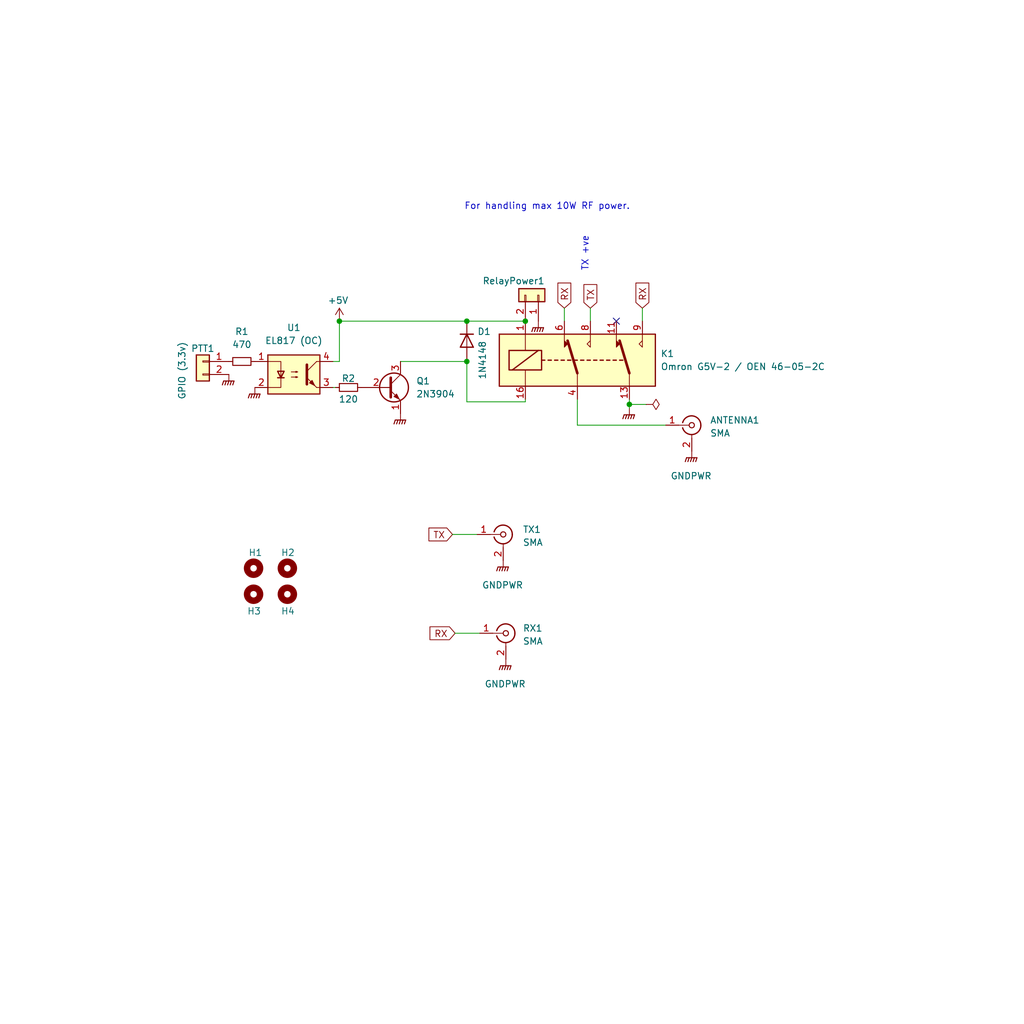
<source format=kicad_sch>
(kicad_sch (version 20211123) (generator eeschema)
  (paper "User" 200.025 200.025)
  (title_block (title "PTT-Controlled T/R Switch") (date "2022-04-23") (rev "v0.01") (company "Author: Dhiru Kholia (VU3CER)"))
  (lib_symbols
    (symbol "Connector:Conn_Coaxial" (pin_names (offset 1.016) hide)
      (property "Reference" "J" (at 0.254 3.048 0))
      (property "Value" "Conn_Coaxial" (at 2.921 0 90))
      (symbol "Conn_Coaxial_0_1"
        (arc (start -1.778 -0.508) (mid 0.2311 -1.8066) (end 1.778 0) (stroke (width 0.254)))
        (polyline (pts (xy -2.54 0) (xy -0.508 0)))
        (polyline (pts (xy 0 -2.54) (xy 0 -1.778)))
        (circle (center 0 0) (radius 0.508) (stroke (width 0.2032)))
        (arc (start 1.778 0) (mid 0.2099 1.8101) (end -1.778 0.508) (stroke (width 0.254)))
      )
      (symbol "Conn_Coaxial_1_1"
        (pin passive line (at -5.08 0 0) (length 2.54) (name "In") (number "1"))
        (pin passive line (at 0 -5.08 90) (length 2.54) (name "Ext") (number "2"))
      )
    )
    (symbol "Connector_Generic:Conn_01x02" (pin_names (offset 1.016) hide)
      (property "Reference" "J" (at 0 2.54 0))
      (property "Value" "Conn_01x02" (at 0 -5.08 0))
      (symbol "Conn_01x02_1_1"
        (rectangle (start -1.27 -2.413) (end 0 -2.667) (stroke (width 0.1524)))
        (rectangle (start -1.27 0.127) (end 0 -0.127) (stroke (width 0.1524)))
        (rectangle (start -1.27 1.27) (end 1.27 -3.81) (stroke (width 0.254)) (fill (type background)))
        (pin passive line (at -5.08 0 0) (length 3.81) (name "Pin_1") (number "1"))
        (pin passive line (at -5.08 -2.54 0) (length 3.81) (name "Pin_2") (number "2"))
      )
    )
    (symbol "Device:R_Small" (pin_numbers hide) (pin_names (offset 0.254) hide)
      (property "Reference" "R" (at 0.762 0.508 0))
      (property "Value" "R_Small" (at 0.762 -1.016 0))
      (symbol "R_Small_0_1"
        (rectangle (start -0.762 1.778) (end 0.762 -1.778) (stroke (width 0.2032)))
      )
      (symbol "R_Small_1_1"
        (pin passive line (at 0 2.54 270) (length 0.762) (name "~") (number "1"))
        (pin passive line (at 0 -2.54 90) (length 0.762) (name "~") (number "2"))
      )
    )
    (symbol "Diode:1N4148" (pin_numbers hide) (pin_names (offset 1.016) hide)
      (property "Reference" "D" (at 0 2.54 0))
      (property "Value" "1N4148" (at 0 -2.54 0))
      (symbol "1N4148_0_1"
        (polyline (pts (xy -1.27 1.27) (xy -1.27 -1.27)) (stroke (width 0.254)))
        (polyline (pts (xy 1.27 0) (xy -1.27 0)))
        (polyline (pts (xy 1.27 1.27) (xy 1.27 -1.27) (xy -1.27 0) (xy 1.27 1.27)) (stroke (width 0.254)))
      )
      (symbol "1N4148_1_1"
        (pin passive line (at -3.81 0 0) (length 2.54) (name "K") (number "1"))
        (pin passive line (at 3.81 0 180) (length 2.54) (name "A") (number "2"))
      )
    )
    (symbol "Isolator:EL817" (pin_names (offset 1.016))
      (property "Reference" "U" (at -5.08 5.08 0))
      (property "Value" "EL817" (at 0 5.08 0))
      (symbol "EL817_0_1"
        (rectangle (start -5.08 3.81) (end 5.08 -3.81) (stroke (width 0.254)) (fill (type background)))
        (polyline (pts (xy -3.175 -0.635) (xy -1.905 -0.635)) (stroke (width 0.254)))
        (polyline (pts (xy 2.54 0.635) (xy 4.445 2.54)))
        (polyline (pts (xy 4.445 -2.54) (xy 2.54 -0.635)) (fill (type outline)))
        (polyline (pts (xy 4.445 -2.54) (xy 5.08 -2.54)))
        (polyline (pts (xy 4.445 2.54) (xy 5.08 2.54)))
        (polyline (pts (xy -5.08 2.54) (xy -2.54 2.54) (xy -2.54 -0.635)))
        (polyline (pts (xy -2.54 -0.635) (xy -2.54 -2.54) (xy -5.08 -2.54)))
        (polyline (pts (xy 2.54 1.905) (xy 2.54 -1.905) (xy 2.54 -1.905)) (stroke (width 0.508)))
        (polyline (pts (xy -2.54 -0.635) (xy -3.175 0.635) (xy -1.905 0.635) (xy -2.54 -0.635)) (stroke (width 0.254)))
        (polyline (pts (xy -0.508 -0.508) (xy 0.762 -0.508) (xy 0.381 -0.635) (xy 0.381 -0.381) (xy 0.762 -0.508)))
        (polyline (pts (xy -0.508 0.508) (xy 0.762 0.508) (xy 0.381 0.381) (xy 0.381 0.635) (xy 0.762 0.508)))
        (polyline (pts (xy 3.048 -1.651) (xy 3.556 -1.143) (xy 4.064 -2.159) (xy 3.048 -1.651) (xy 3.048 -1.651)) (fill (type outline)))
      )
      (symbol "EL817_1_1"
        (pin passive line (at -7.62 2.54 0) (length 2.54) (name "~") (number "1"))
        (pin passive line (at -7.62 -2.54 0) (length 2.54) (name "~") (number "2"))
        (pin passive line (at 7.62 -2.54 180) (length 2.54) (name "~") (number "3"))
        (pin passive line (at 7.62 2.54 180) (length 2.54) (name "~") (number "4"))
      )
    )
    (symbol "Mechanical:MountingHole" (pin_names (offset 1.016))
      (property "Reference" "H" (at 0 5.08 0))
      (property "Value" "MountingHole" (at 0 3.175 0))
      (symbol "MountingHole_0_1"
        (circle (center 0 0) (radius 1.27) (stroke (width 1.27)))
      )
    )
    (symbol "Relay:G5V-2"
      (property "Reference" "K" (at 16.51 3.81 0))
      (property "Value" "G5V-2" (at 16.51 1.27 0))
      (symbol "G5V-2_0_1"
        (rectangle (start -15.24 5.08) (end 15.24 -5.08) (stroke (width 0.254)) (fill (type background)))
        (rectangle (start -13.335 1.905) (end -6.985 -1.905) (stroke (width 0.254)))
        (polyline (pts (xy -12.7 -1.905) (xy -7.62 1.905)) (stroke (width 0.254)))
        (polyline (pts (xy -10.16 -5.08) (xy -10.16 -1.905)))
        (polyline (pts (xy -10.16 5.08) (xy -10.16 1.905)))
        (polyline (pts (xy -6.985 0) (xy -6.35 0)) (stroke (width 0.254)))
        (polyline (pts (xy -5.715 0) (xy -5.08 0)) (stroke (width 0.254)))
        (polyline (pts (xy -4.445 0) (xy -3.81 0)) (stroke (width 0.254)))
        (polyline (pts (xy -3.175 0) (xy -2.54 0)) (stroke (width 0.254)))
        (polyline (pts (xy -1.905 0) (xy -1.27 0)) (stroke (width 0.254)))
        (polyline (pts (xy -0.635 0) (xy 0 0)) (stroke (width 0.254)))
        (polyline (pts (xy 0 -2.54) (xy -1.905 3.81)) (stroke (width 0.508)))
        (polyline (pts (xy 0 -2.54) (xy 0 -5.08)))
        (polyline (pts (xy 0.635 0) (xy 1.27 0)) (stroke (width 0.254)))
        (polyline (pts (xy 1.905 0) (xy 2.54 0)) (stroke (width 0.254)))
        (polyline (pts (xy 3.175 0) (xy 3.81 0)) (stroke (width 0.254)))
        (polyline (pts (xy 4.445 0) (xy 5.08 0)) (stroke (width 0.254)))
        (polyline (pts (xy 5.715 0) (xy 6.35 0)) (stroke (width 0.254)))
        (polyline (pts (xy 6.985 0) (xy 7.62 0)) (stroke (width 0.254)))
        (polyline (pts (xy 8.255 0) (xy 8.89 0)) (stroke (width 0.254)))
        (polyline (pts (xy 10.16 -2.54) (xy 8.255 3.81)) (stroke (width 0.508)))
        (polyline (pts (xy 10.16 -2.54) (xy 10.16 -5.08)))
        (polyline (pts (xy -2.54 5.08) (xy -2.54 2.54) (xy -1.905 3.175) (xy -2.54 3.81)) (fill (type outline)))
        (polyline (pts (xy 2.54 5.08) (xy 2.54 2.54) (xy 1.905 3.175) (xy 2.54 3.81)))
        (polyline (pts (xy 7.62 5.08) (xy 7.62 2.54) (xy 8.255 3.175) (xy 7.62 3.81)) (fill (type outline)))
        (polyline (pts (xy 12.7 5.08) (xy 12.7 2.54) (xy 12.065 3.175) (xy 12.7 3.81)))
      )
      (symbol "G5V-2_1_1"
        (pin passive line (at -10.16 7.62 270) (length 2.54) (name "~") (number "1"))
        (pin passive line (at 7.62 7.62 270) (length 2.54) (name "~") (number "11"))
        (pin passive line (at 10.16 -7.62 90) (length 2.54) (name "~") (number "13"))
        (pin passive line (at -10.16 -7.62 90) (length 2.54) (name "~") (number "16"))
        (pin passive line (at 0 -7.62 90) (length 2.54) (name "~") (number "4"))
        (pin passive line (at -2.54 7.62 270) (length 2.54) (name "~") (number "6"))
        (pin passive line (at 2.54 7.62 270) (length 2.54) (name "~") (number "8"))
        (pin passive line (at 12.7 7.62 270) (length 2.54) (name "~") (number "9"))
      )
    )
    (symbol "Transistor_BJT:2N3904" (pin_names (offset 0) hide)
      (property "Reference" "Q" (at 5.08 1.905 0))
      (property "Value" "2N3904" (at 5.08 0 0))
      (symbol "2N3904_0_1"
        (polyline (pts (xy 0.635 0.635) (xy 2.54 2.54)))
        (polyline (pts (xy 0.635 -0.635) (xy 2.54 -2.54) (xy 2.54 -2.54)))
        (polyline (pts (xy 0.635 1.905) (xy 0.635 -1.905) (xy 0.635 -1.905)) (stroke (width 0.508)))
        (polyline (pts (xy 1.27 -1.778) (xy 1.778 -1.27) (xy 2.286 -2.286) (xy 1.27 -1.778) (xy 1.27 -1.778)) (fill (type outline)))
        (circle (center 1.27 0) (radius 2.8194) (stroke (width 0.254)))
      )
      (symbol "2N3904_1_1"
        (pin passive line (at 2.54 -5.08 90) (length 2.54) (name "E") (number "1"))
        (pin passive line (at -5.08 0 0) (length 5.715) (name "B") (number "2"))
        (pin passive line (at 2.54 5.08 270) (length 2.54) (name "C") (number "3"))
      )
    )
    (symbol "power:+5V" (power) (pin_names (offset 0))
      (property "Value" "+5V" (at 0 3.556 0))
      (symbol "+5V_0_1"
        (polyline (pts (xy -0.762 1.27) (xy 0 2.54)))
        (polyline (pts (xy 0 0) (xy 0 2.54)))
        (polyline (pts (xy 0 2.54) (xy 0.762 1.27)))
      )
      (symbol "+5V_1_1"
        (pin power_in line (at 0 0 90) (length 0) hide (name "+5V") (number "1"))
      )
    )
    (symbol "power:GNDPWR" (power) (pin_names (offset 0))
      (property "Value" "GNDPWR" (at 0 -3.302 0))
      (symbol "GNDPWR_0_1"
        (polyline (pts (xy 0 -1.27) (xy 0 0)))
        (polyline (pts (xy -1.016 -1.27) (xy -1.27 -2.032) (xy -1.27 -2.032)) (stroke (width 0.2032)))
        (polyline (pts (xy -0.508 -1.27) (xy -0.762 -2.032) (xy -0.762 -2.032)) (stroke (width 0.2032)))
        (polyline (pts (xy 0 -1.27) (xy -0.254 -2.032) (xy -0.254 -2.032)) (stroke (width 0.2032)))
        (polyline (pts (xy 0.508 -1.27) (xy 0.254 -2.032) (xy 0.254 -2.032)) (stroke (width 0.2032)))
        (polyline (pts (xy 1.016 -1.27) (xy -1.016 -1.27) (xy -1.016 -1.27)) (stroke (width 0.2032)))
        (polyline (pts (xy 1.016 -1.27) (xy 0.762 -2.032) (xy 0.762 -2.032) (xy 0.762 -2.032)) (stroke (width 0.2032)))
      )
      (symbol "GNDPWR_1_1"
        (pin power_in line (at 0 0 270) (length 0) hide (name "GNDPWR") (number "1"))
      )
    )
    (symbol "power:PWR_FLAG" (power) (pin_numbers hide) (pin_names (offset 0) hide)
      (property "Value" "PWR_FLAG" (at 0 3.81 0))
      (symbol "PWR_FLAG_0_0"
        (pin power_out line (at 0 0 90) (length 0) (name "pwr") (number "1"))
      )
      (symbol "PWR_FLAG_0_1"
        (polyline (pts (xy 0 0) (xy 0 1.27) (xy -1.016 1.905) (xy 0 2.54) (xy 1.016 1.905) (xy 0 1.27)))
      )
    )
  )
  (junction (at 91.186 62.738))
  (junction (at 122.936 78.994))
  (junction (at 102.616 62.738))
  (junction (at 91.186 70.612))
  (junction (at 66.294 62.738))
  (no_connect (at 120.396 62.738))
  (wire (pts (xy 65.024 70.612) (xy 66.294 70.612)))
  (wire (pts (xy 91.186 70.612) (xy 91.186 70.358)))
  (wire (pts (xy 65.024 75.692) (xy 65.532 75.692)))
  (wire (pts (xy 125.476 60.198) (xy 125.476 62.738)))
  (wire (pts (xy 112.776 83.058) (xy 130.048 83.058)))
  (wire (pts (xy 88.392 104.394) (xy 93.218 104.394)))
  (wire (pts (xy 122.936 78.994) (xy 126.238 78.994)))
  (wire (pts (xy 66.294 70.612) (xy 66.294 62.738)))
  (wire (pts (xy 115.316 60.198) (xy 115.316 62.738)))
  (wire (pts (xy 122.936 77.978) (xy 122.936 78.994)))
  (wire (pts (xy 110.236 60.198) (xy 110.236 62.738)))
  (wire (pts (xy 88.9 123.698) (xy 93.726 123.698)))
  (wire (pts (xy 91.186 78.486) (xy 102.616 78.486)))
  (wire (pts (xy 91.186 70.612) (xy 91.186 78.486)))
  (wire (pts (xy 112.776 77.978) (xy 112.776 83.058)))
  (wire (pts (xy 122.936 78.994) (xy 122.936 79.756)))
  (wire (pts (xy 78.232 70.612) (xy 91.186 70.612)))
  (wire (pts (xy 66.294 62.738) (xy 91.186 62.738)))
  (wire (pts (xy 91.186 62.738) (xy 102.616 62.738)))
  (wire (pts (xy 102.616 77.978) (xy 102.616 78.486)))
  (text "TX +ve" (at 115.062 53.086 90) (effects (font (size 1.27 1.27)) (justify left bottom)))
  (text "For handling max 10W RF power." (at 90.678 41.148 0) (effects (font (size 1.27 1.27)) (justify left bottom)))
  (global_label "RX" (shape input) (at 110.236 60.198 90) (property "Intersheet References" "${INTERSHEET_REFS}" (effects hide)))
  (global_label "RX" (shape input) (at 88.9 123.698 180) (property "Intersheet References" "${INTERSHEET_REFS}" (effects hide)))
  (global_label "TX" (shape input) (at 115.316 60.198 90) (property "Intersheet References" "${INTERSHEET_REFS}" (effects hide)))
  (global_label "TX" (shape input) (at 88.392 104.394 180) (property "Intersheet References" "${INTERSHEET_REFS}" (effects hide)))
  (global_label "RX" (shape input) (at 125.476 60.198 90) (property "Intersheet References" "${INTERSHEET_REFS}" (effects hide)))
  (symbol (lib_id "power:GNDPWR") (at 98.298 109.474 0) (unit 1)
    (property "Reference" "#PWR0101" (effects hide))
    (property "Value" "GNDPWR" (at 98.171 114.3 0))
  )
  (symbol (lib_id "Device:R_Small") (at 68.072 75.692 90) (unit 1)
    (property "Reference" "R2" (at 68.072 73.914 90))
    (property "Value" "120" (at 68.072 77.978 90))
    (property "Footprint" "Resistor_SMD:R_1206_3216Metric_Pad1.30x1.75mm_HandSolder" (effects hide))
  )
  (symbol (lib_id "Transistor_BJT:2N3904") (at 75.692 75.692 0) (unit 1)
    (property "Reference" "Q1" (at 81.28 74.4219 0) (effects (justify left)))
    (property "Value" "2N3904" (at 81.28 76.9619 0) (effects (justify left)))
    (property "Footprint" "Connector_PinSocket_2.54mm:PinSocket_1x03_P2.54mm_Vertical" (effects hide))
    (property "Datasheet" "https://www.onsemi.com/pub/Collateral/2N3903-D.PDF" (effects hide))
  )
  (symbol (lib_id "power:GNDPWR") (at 105.156 62.738 0) (unit 1)
    (property "Reference" "#PWR05" (effects hide))
    (property "Value" "GNDPWR" (effects hide))
  )
  (symbol (lib_id "power:+5V") (at 66.294 62.738 0) (unit 1)
    (property "Reference" "#PWR0104" (effects hide))
    (property "Value" "+5V" (at 66.04 58.674 0))
  )
  (symbol (lib_id "Device:R_Small") (at 47.244 70.612 90) (unit 1)
    (property "Reference" "R1" (at 47.244 64.77 90))
    (property "Value" "470" (at 47.244 67.31 90))
    (property "Footprint" "Resistor_SMD:R_1206_3216Metric_Pad1.30x1.75mm_HandSolder" (effects hide))
  )
  (symbol (lib_id "power:GNDPWR") (at 49.784 75.692 0) (unit 1)
    (property "Reference" "#PWR02" (effects hide))
    (property "Value" "GNDPWR" (effects hide))
  )
  (symbol (lib_id "power:GNDPWR") (at 135.128 88.138 0) (unit 1)
    (property "Reference" "#PWR07" (effects hide))
    (property "Value" "GNDPWR" (at 135.001 92.964 0))
  )
  (symbol (lib_id "power:GNDPWR") (at 122.936 79.756 0) (unit 1)
    (property "Reference" "#PWR06" (effects hide))
    (property "Value" "GNDPWR" (effects hide))
  )
  (symbol (lib_id "Connector:Conn_Coaxial") (at 135.128 83.058 0) (unit 1)
    (property "Reference" "ANTENNA1" (at 138.684 82.0811 0) (effects (justify left)))
    (property "Value" "SMA" (at 138.684 84.6211 0) (effects (justify left)))
    (property "Footprint" "Connector_Coaxial:SMA_Amphenol_901-144_Vertical" (effects hide))
    (property "Datasheet" " ~" (effects hide))
  )
  (symbol (lib_id "Connector_Generic:Conn_01x02") (at 39.624 70.612 0) (mirror y) (unit 1)
    (property "Reference" "PTT1" (at 39.624 68.072 0))
    (property "Value" "GPIO (3.3v)" (at 35.56 72.39 90))
    (property "Footprint" "Connector_PinHeader_2.54mm:PinHeader_1x02_P2.54mm_Vertical" (effects hide))
  )
  (symbol (lib_id "Mechanical:MountingHole") (at 56.134 116.078 0) (unit 1)
    (property "Reference" "H4" (at 54.864 119.38 0) (effects (justify left)))
    (property "Value" "MountingHole" (effects hide))
    (property "Footprint" "MountingHole:MountingHole_2.2mm_M2" (effects hide))
  )
  (symbol (lib_id "power:GNDPWR") (at 98.806 128.778 0) (unit 1)
    (property "Reference" "#PWR0102" (effects hide))
    (property "Value" "GNDPWR" (at 98.679 133.604 0))
  )
  (symbol (lib_id "Connector_Generic:Conn_01x02") (at 105.156 57.658 270) (mirror x) (unit 1)
    (property "Reference" "RELAY_POWER1" (effects hide))
    (property "Value" "RelayPower1" (at 100.33 54.864 90))
    (property "Footprint" "Connector_PinHeader_2.54mm:PinHeader_1x02_P2.54mm_Vertical" (effects hide))
  )
  (symbol (lib_id "Mechanical:MountingHole") (at 56.134 110.998 0) (unit 1)
    (property "Reference" "H2" (at 54.864 107.95 0) (effects (justify left)))
    (property "Value" "MountingHole" (effects hide))
    (property "Footprint" "MountingHole:MountingHole_2.2mm_M2" (effects hide))
  )
  (symbol (lib_id "power:PWR_FLAG") (at 126.238 78.994 270) (unit 1)
    (property "Reference" "#FLG02" (effects hide))
    (property "Value" "PWR_FLAG" (effects hide))
  )
  (symbol (lib_id "power:GNDPWR") (at 44.704 73.152 0) (unit 1)
    (property "Reference" "#PWR01" (effects hide))
    (property "Value" "GNDPWR" (effects hide))
  )
  (symbol (lib_id "power:GNDPWR") (at 78.232 80.772 0) (unit 1)
    (property "Reference" "#PWR0103" (effects hide))
    (property "Value" "GNDPWR" (effects hide))
  )
  (symbol (lib_id "Relay:G5V-2") (at 112.776 70.358 0) (unit 1)
    (property "Reference" "K1" (at 129.032 69.0879 0) (effects (justify left)))
    (property "Value" "Omron G5V-2 / OEN 46-05-2C" (at 129.032 71.6279 0) (effects (justify left)))
    (property "Footprint" "Relay_THT:Relay_DPDT_Omron_G5V-2" (effects hide))
    (property "Datasheet" "http://omronfs.omron.com/en_US/ecb/products/pdf/en-g5v_2.pdf" (effects hide))
  )
  (symbol (lib_id "Connector:Conn_Coaxial") (at 98.806 123.698 0) (unit 1)
    (property "Reference" "RX1" (at 102.108 122.7211 0) (effects (justify left)))
    (property "Value" "SMA" (at 102.108 125.2611 0) (effects (justify left)))
    (property "Footprint" "Connector_Coaxial:SMA_Amphenol_901-144_Vertical" (effects hide))
    (property "Datasheet" " ~" (effects hide))
  )
  (symbol (lib_id "Isolator:EL817") (at 57.404 73.152 0) (unit 1)
    (property "Reference" "U1" (at 57.404 64.008 0))
    (property "Value" "EL817 (OC)" (at 57.404 66.548 0))
    (property "Footprint" "Package_DIP:DIP-4_W7.62mm" (effects hide))
    (property "Datasheet" "http://www.everlight.com/file/ProductFile/EL817.pdf" (effects hide))
  )
  (symbol (lib_id "Connector:Conn_Coaxial") (at 98.298 104.394 0) (unit 1)
    (property "Reference" "TX1" (at 102.108 103.4171 0) (effects (justify left)))
    (property "Value" "SMA" (at 102.108 105.9571 0) (effects (justify left)))
    (property "Footprint" "Connector_Coaxial:SMA_Amphenol_901-144_Vertical" (effects hide))
    (property "Datasheet" " ~" (effects hide))
  )
  (symbol (lib_id "Mechanical:MountingHole") (at 49.53 116.078 0) (unit 1)
    (property "Reference" "H3" (at 48.26 119.38 0) (effects (justify left)))
    (property "Value" "MountingHole" (effects hide))
    (property "Footprint" "MountingHole:MountingHole_2.2mm_M2" (effects hide))
  )
  (symbol (lib_id "Mechanical:MountingHole") (at 49.53 110.998 0) (unit 1)
    (property "Reference" "H1" (at 48.514 107.95 0) (effects (justify left)))
    (property "Value" "MountingHole" (effects hide))
    (property "Footprint" "MountingHole:MountingHole_2.2mm_M2" (effects hide))
  )
  (symbol (lib_id "Diode:1N4148") (at 91.186 66.548 270) (unit 1)
    (property "Reference" "D1" (at 93.218 64.77 90) (effects (justify left)))
    (property "Value" "1N4148" (at 94.234 66.548 0) (effects (justify left)))
    (property "Footprint" "Diode_THT:D_DO-35_SOD27_P2.54mm_Vertical_KathodeUp" (effects hide))
    (property "Datasheet" "https://assets.nexperia.com/documents/data-sheet/1N4148_1N4448.pdf" (effects hide))
  )
)
</source>
